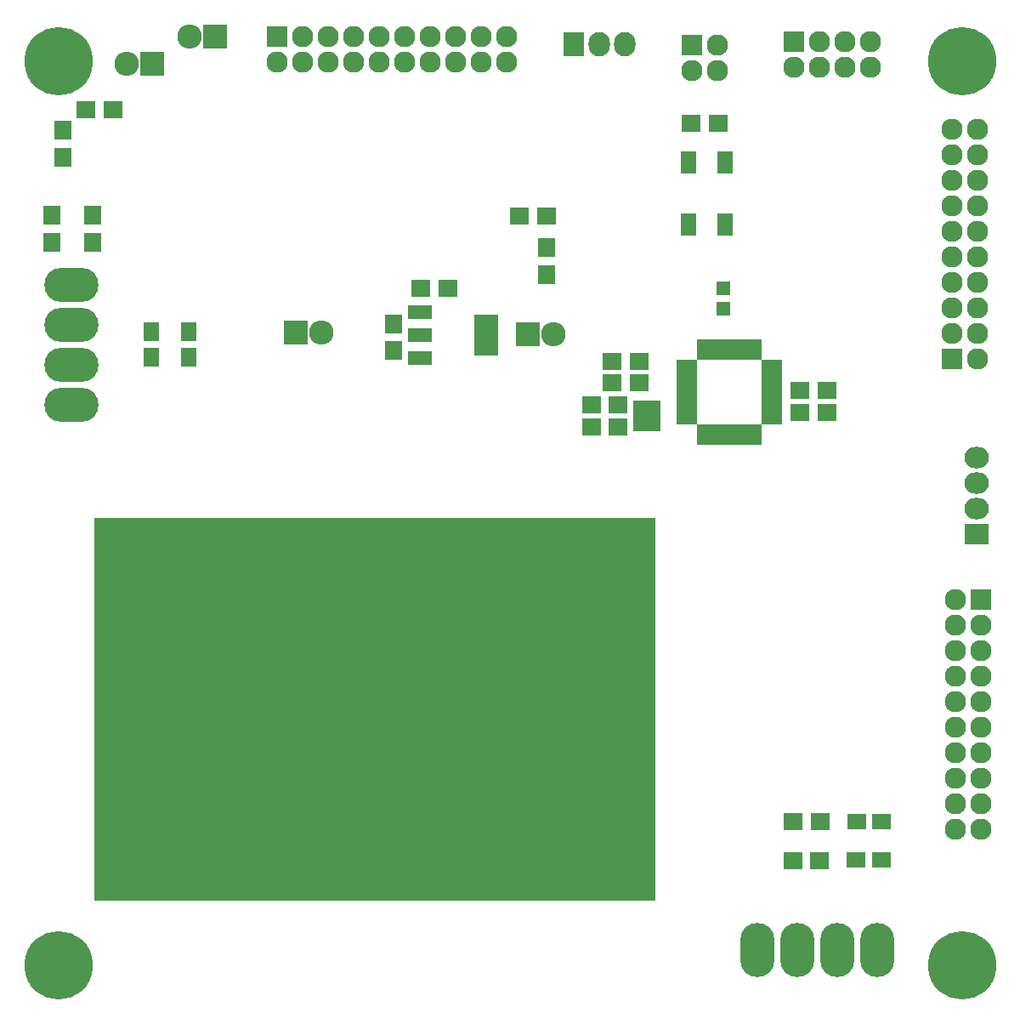
<source format=gbr>
G04 #@! TF.FileFunction,Soldermask,Top*
%FSLAX46Y46*%
G04 Gerber Fmt 4.6, Leading zero omitted, Abs format (unit mm)*
G04 Created by KiCad (PCBNEW 4.0.6) date 10/05/17 09:05:05*
%MOMM*%
%LPD*%
G01*
G04 APERTURE LIST*
%ADD10C,0.100000*%
%ADD11C,6.800000*%
%ADD12C,1.000000*%
%ADD13R,2.432000X4.057600*%
%ADD14R,2.432000X1.416000*%
%ADD15R,1.650000X1.900000*%
%ADD16R,1.700000X1.900000*%
%ADD17R,2.000000X0.950000*%
%ADD18R,0.950000X2.000000*%
%ADD19R,1.900000X1.700000*%
%ADD20R,2.432000X2.432000*%
%ADD21O,2.432000X2.432000*%
%ADD22R,2.127200X2.127200*%
%ADD23O,2.127200X2.127200*%
%ADD24R,2.432000X2.127200*%
%ADD25O,2.432000X2.127200*%
%ADD26R,2.700000X1.600000*%
%ADD27R,1.400000X1.400000*%
%ADD28R,1.500000X2.200000*%
%ADD29O,5.401260X3.399740*%
%ADD30O,3.399740X5.401260*%
%ADD31R,2.127200X2.432000*%
%ADD32O,2.127200X2.432000*%
%ADD33R,1.900000X1.650000*%
%ADD34R,2.600000X2.600000*%
G04 APERTURE END LIST*
D10*
D11*
X175000000Y-117000000D03*
D12*
X177400000Y-117000000D03*
X176697056Y-118697056D03*
X175000000Y-119400000D03*
X173302944Y-118697056D03*
X172600000Y-117000000D03*
X173302944Y-115302944D03*
X175000000Y-114600000D03*
X176697056Y-115302944D03*
D11*
X85000000Y-27000000D03*
D12*
X87400000Y-27000000D03*
X86697056Y-28697056D03*
X85000000Y-29400000D03*
X83302944Y-28697056D03*
X82600000Y-27000000D03*
X83302944Y-25302944D03*
X85000000Y-24600000D03*
X86697056Y-25302944D03*
D13*
X127632000Y-54260000D03*
D14*
X121028000Y-54260000D03*
X121028000Y-56546000D03*
X121028000Y-51974000D03*
D15*
X98000000Y-53940000D03*
X98000000Y-56440000D03*
X94220000Y-53920000D03*
X94220000Y-56420000D03*
D16*
X84380000Y-42290000D03*
X84380000Y-44990000D03*
X88450000Y-45000000D03*
X88450000Y-42300000D03*
D17*
X147590000Y-57120000D03*
X147590000Y-57920000D03*
X147590000Y-58720000D03*
X147590000Y-59520000D03*
X147590000Y-60320000D03*
X147590000Y-61120000D03*
X147590000Y-61920000D03*
X147590000Y-62720000D03*
D18*
X149040000Y-64170000D03*
X149840000Y-64170000D03*
X150640000Y-64170000D03*
X151440000Y-64170000D03*
X152240000Y-64170000D03*
X153040000Y-64170000D03*
X153840000Y-64170000D03*
X154640000Y-64170000D03*
D17*
X156090000Y-62720000D03*
X156090000Y-61920000D03*
X156090000Y-61120000D03*
X156090000Y-60320000D03*
X156090000Y-59520000D03*
X156090000Y-58720000D03*
X156090000Y-57920000D03*
X156090000Y-57120000D03*
D18*
X154640000Y-55670000D03*
X153840000Y-55670000D03*
X153040000Y-55670000D03*
X152240000Y-55670000D03*
X151440000Y-55670000D03*
X150640000Y-55670000D03*
X149840000Y-55670000D03*
X149040000Y-55670000D03*
D16*
X118380000Y-55810000D03*
X118380000Y-53110000D03*
D19*
X123800000Y-49560000D03*
X121100000Y-49560000D03*
X158140000Y-106570000D03*
X160840000Y-106570000D03*
X160910000Y-102680000D03*
X158210000Y-102680000D03*
X158860000Y-61940000D03*
X161560000Y-61940000D03*
X142880000Y-59010000D03*
X140180000Y-59010000D03*
X142860000Y-56900000D03*
X140160000Y-56900000D03*
D20*
X108650000Y-54030000D03*
D21*
X111190000Y-54030000D03*
D20*
X131730000Y-54130000D03*
D21*
X134270000Y-54130000D03*
D19*
X140770000Y-61180000D03*
X138070000Y-61180000D03*
X140770000Y-63360000D03*
X138070000Y-63360000D03*
D16*
X133610000Y-45560000D03*
X133610000Y-48260000D03*
D19*
X130930000Y-42410000D03*
X133630000Y-42410000D03*
D22*
X173990000Y-56640000D03*
D23*
X176530000Y-56640000D03*
X173990000Y-54100000D03*
X176530000Y-54100000D03*
X173990000Y-51560000D03*
X176530000Y-51560000D03*
X173990000Y-49020000D03*
X176530000Y-49020000D03*
X173990000Y-46480000D03*
X176530000Y-46480000D03*
X173990000Y-43940000D03*
X176530000Y-43940000D03*
X173990000Y-41400000D03*
X176530000Y-41400000D03*
X173990000Y-38860000D03*
X176530000Y-38860000D03*
X173990000Y-36320000D03*
X176530000Y-36320000D03*
X173990000Y-33780000D03*
X176530000Y-33780000D03*
D22*
X176910000Y-80540000D03*
D23*
X174370000Y-80540000D03*
X176910000Y-83080000D03*
X174370000Y-83080000D03*
X176910000Y-85620000D03*
X174370000Y-85620000D03*
X176910000Y-88160000D03*
X174370000Y-88160000D03*
X176910000Y-90700000D03*
X174370000Y-90700000D03*
X176910000Y-93240000D03*
X174370000Y-93240000D03*
X176910000Y-95780000D03*
X174370000Y-95780000D03*
X176910000Y-98320000D03*
X174370000Y-98320000D03*
X176910000Y-100860000D03*
X174370000Y-100860000D03*
X176910000Y-103400000D03*
X174370000Y-103400000D03*
D22*
X106790000Y-24530000D03*
D23*
X106790000Y-27070000D03*
X109330000Y-24530000D03*
X109330000Y-27070000D03*
X111870000Y-24530000D03*
X111870000Y-27070000D03*
X114410000Y-24530000D03*
X114410000Y-27070000D03*
X116950000Y-24530000D03*
X116950000Y-27070000D03*
X119490000Y-24530000D03*
X119490000Y-27070000D03*
X122030000Y-24530000D03*
X122030000Y-27070000D03*
X124570000Y-24530000D03*
X124570000Y-27070000D03*
X127110000Y-24530000D03*
X127110000Y-27070000D03*
X129650000Y-24530000D03*
X129650000Y-27070000D03*
D24*
X176470000Y-74050000D03*
D25*
X176470000Y-71510000D03*
X176470000Y-68970000D03*
X176470000Y-66430000D03*
D22*
X158240000Y-25070000D03*
D23*
X158240000Y-27610000D03*
X160780000Y-25070000D03*
X160780000Y-27610000D03*
X163320000Y-25070000D03*
X163320000Y-27610000D03*
X165860000Y-25070000D03*
X165860000Y-27610000D03*
D26*
X143620000Y-61490000D03*
X143620000Y-63090000D03*
D27*
X151200000Y-49620000D03*
X151200000Y-51620000D03*
D28*
X147730000Y-37020000D03*
X147730000Y-43220000D03*
X151430000Y-43220000D03*
X151430000Y-37020000D03*
D29*
X86320000Y-53228800D03*
X86320000Y-57191200D03*
X86320000Y-49268940D03*
X86320000Y-61151060D03*
D30*
X162581200Y-115500000D03*
X158618800Y-115500000D03*
X166541060Y-115500000D03*
X154658940Y-115500000D03*
D31*
X136350000Y-25310000D03*
D32*
X138890000Y-25310000D03*
X141430000Y-25310000D03*
D20*
X100630000Y-24540000D03*
D21*
X98090000Y-24540000D03*
D33*
X167020000Y-102640000D03*
X164520000Y-102640000D03*
X166950000Y-106490000D03*
X164450000Y-106490000D03*
D19*
X150740000Y-33190000D03*
X148040000Y-33190000D03*
D22*
X148080000Y-25400000D03*
D23*
X148080000Y-27940000D03*
X150620000Y-25400000D03*
X150620000Y-27940000D03*
D19*
X161580000Y-59740000D03*
X158880000Y-59740000D03*
D11*
X85000000Y-117000000D03*
D12*
X87400000Y-117000000D03*
X86697056Y-118697056D03*
X85000000Y-119400000D03*
X83302944Y-118697056D03*
X82600000Y-117000000D03*
X83302944Y-115302944D03*
X85000000Y-114600000D03*
X86697056Y-115302944D03*
D11*
X175000000Y-27000000D03*
D12*
X177400000Y-27000000D03*
X176697056Y-28697056D03*
X175000000Y-29400000D03*
X173302944Y-28697056D03*
X172600000Y-27000000D03*
X173302944Y-25302944D03*
X175000000Y-24600000D03*
X176697056Y-25302944D03*
D34*
X89810000Y-73760000D03*
X92350000Y-73760000D03*
X94890000Y-73760000D03*
X97430000Y-73760000D03*
X99970000Y-73760000D03*
X102510000Y-73760000D03*
X105050000Y-73760000D03*
X107590000Y-73760000D03*
X110130000Y-73760000D03*
X112670000Y-73760000D03*
X115210000Y-73760000D03*
X117750000Y-73760000D03*
X120290000Y-73760000D03*
X122830000Y-73760000D03*
X125370000Y-73760000D03*
X127910000Y-73760000D03*
X130450000Y-73760000D03*
X132990000Y-73760000D03*
X135530000Y-73760000D03*
X138070000Y-73760000D03*
X140610000Y-73760000D03*
X143150000Y-73760000D03*
X89810000Y-76300000D03*
X92350000Y-76300000D03*
X94890000Y-76300000D03*
X97430000Y-76300000D03*
X99970000Y-76300000D03*
X102510000Y-76300000D03*
X105050000Y-76300000D03*
X107590000Y-76300000D03*
X110130000Y-76300000D03*
X112670000Y-76300000D03*
X115210000Y-76300000D03*
X117750000Y-76300000D03*
X120290000Y-76300000D03*
X122830000Y-76300000D03*
X125370000Y-76300000D03*
X127910000Y-76300000D03*
X130450000Y-76300000D03*
X132990000Y-76300000D03*
X135530000Y-76300000D03*
X138070000Y-76300000D03*
X140610000Y-76300000D03*
X143150000Y-76300000D03*
X89810000Y-78840000D03*
X92350000Y-78840000D03*
X94890000Y-78840000D03*
X97430000Y-78840000D03*
X99970000Y-78840000D03*
X102510000Y-78840000D03*
X105050000Y-78840000D03*
X107590000Y-78840000D03*
X110130000Y-78840000D03*
X112670000Y-78840000D03*
X115210000Y-78840000D03*
X117750000Y-78840000D03*
X120290000Y-78840000D03*
X122830000Y-78840000D03*
X125370000Y-78840000D03*
X127910000Y-78840000D03*
X130450000Y-78840000D03*
X132990000Y-78840000D03*
X135530000Y-78840000D03*
X138070000Y-78840000D03*
X140610000Y-78840000D03*
X143150000Y-78840000D03*
X89810000Y-81380000D03*
X92350000Y-81380000D03*
X94890000Y-81380000D03*
X97430000Y-81380000D03*
X99970000Y-81380000D03*
X102510000Y-81380000D03*
X105050000Y-81380000D03*
X107590000Y-81380000D03*
X110130000Y-81380000D03*
X112670000Y-81380000D03*
X115210000Y-81380000D03*
X117750000Y-81380000D03*
X120290000Y-81380000D03*
X122830000Y-81380000D03*
X125370000Y-81380000D03*
X127910000Y-81380000D03*
X130450000Y-81380000D03*
X132990000Y-81380000D03*
X135530000Y-81380000D03*
X138070000Y-81380000D03*
X140610000Y-81380000D03*
X143150000Y-81380000D03*
X89810000Y-83920000D03*
X92350000Y-83920000D03*
X94890000Y-83920000D03*
X97430000Y-83920000D03*
X99970000Y-83920000D03*
X102510000Y-83920000D03*
X105050000Y-83920000D03*
X107590000Y-83920000D03*
X110130000Y-83920000D03*
X112670000Y-83920000D03*
X115210000Y-83920000D03*
X117750000Y-83920000D03*
X120290000Y-83920000D03*
X122830000Y-83920000D03*
X125370000Y-83920000D03*
X127910000Y-83920000D03*
X130450000Y-83920000D03*
X132990000Y-83920000D03*
X135530000Y-83920000D03*
X138070000Y-83920000D03*
X140610000Y-83920000D03*
X143150000Y-83920000D03*
X89810000Y-86460000D03*
X92350000Y-86460000D03*
X94890000Y-86460000D03*
X97430000Y-86460000D03*
X99970000Y-86460000D03*
X102510000Y-86460000D03*
X105050000Y-86460000D03*
X107590000Y-86460000D03*
X110130000Y-86460000D03*
X112670000Y-86460000D03*
X115210000Y-86460000D03*
X117750000Y-86460000D03*
X120290000Y-86460000D03*
X122830000Y-86460000D03*
X125370000Y-86460000D03*
X127910000Y-86460000D03*
X130450000Y-86460000D03*
X132990000Y-86460000D03*
X135530000Y-86460000D03*
X138070000Y-86460000D03*
X140610000Y-86460000D03*
X143150000Y-86460000D03*
X89810000Y-89000000D03*
X92350000Y-89000000D03*
X94890000Y-89000000D03*
X97430000Y-89000000D03*
X99970000Y-89000000D03*
X102510000Y-89000000D03*
X105050000Y-89000000D03*
X107590000Y-89000000D03*
X110130000Y-89000000D03*
X112670000Y-89000000D03*
X115210000Y-89000000D03*
X117750000Y-89000000D03*
X120290000Y-89000000D03*
X122830000Y-89000000D03*
X125370000Y-89000000D03*
X127910000Y-89000000D03*
X130450000Y-89000000D03*
X132990000Y-89000000D03*
X135530000Y-89000000D03*
X138070000Y-89000000D03*
X140610000Y-89000000D03*
X143150000Y-89000000D03*
X89810000Y-91540000D03*
X92350000Y-91540000D03*
X94890000Y-91540000D03*
X97430000Y-91540000D03*
X99970000Y-91540000D03*
X102510000Y-91540000D03*
X105050000Y-91540000D03*
X107590000Y-91540000D03*
X110130000Y-91540000D03*
X112670000Y-91540000D03*
X115210000Y-91540000D03*
X117750000Y-91540000D03*
X120290000Y-91540000D03*
X122830000Y-91540000D03*
X125370000Y-91540000D03*
X127910000Y-91540000D03*
X130450000Y-91540000D03*
X132990000Y-91540000D03*
X135530000Y-91540000D03*
X138070000Y-91540000D03*
X140610000Y-91540000D03*
X143150000Y-91540000D03*
X89810000Y-94080000D03*
X92350000Y-94080000D03*
X94890000Y-94080000D03*
X97430000Y-94080000D03*
X99970000Y-94080000D03*
X102510000Y-94080000D03*
X105050000Y-94080000D03*
X107590000Y-94080000D03*
X110130000Y-94080000D03*
X112670000Y-94080000D03*
X115210000Y-94080000D03*
X117750000Y-94080000D03*
X120290000Y-94080000D03*
X122830000Y-94080000D03*
X125370000Y-94080000D03*
X127910000Y-94080000D03*
X130450000Y-94080000D03*
X132990000Y-94080000D03*
X135530000Y-94080000D03*
X138070000Y-94080000D03*
X140610000Y-94080000D03*
X143150000Y-94080000D03*
X89810000Y-96620000D03*
X92350000Y-96620000D03*
X94890000Y-96620000D03*
X97430000Y-96620000D03*
X99970000Y-96620000D03*
X102510000Y-96620000D03*
X105050000Y-96620000D03*
X107590000Y-96620000D03*
X110130000Y-96620000D03*
X112670000Y-96620000D03*
X115210000Y-96620000D03*
X117750000Y-96620000D03*
X120290000Y-96620000D03*
X122830000Y-96620000D03*
X125370000Y-96620000D03*
X127910000Y-96620000D03*
X130450000Y-96620000D03*
X132990000Y-96620000D03*
X135530000Y-96620000D03*
X138070000Y-96620000D03*
X140610000Y-96620000D03*
X143150000Y-96620000D03*
X89810000Y-99160000D03*
X92350000Y-99160000D03*
X94890000Y-99160000D03*
X97430000Y-99160000D03*
X99970000Y-99160000D03*
X102510000Y-99160000D03*
X105050000Y-99160000D03*
X107590000Y-99160000D03*
X110130000Y-99160000D03*
X112670000Y-99160000D03*
X115210000Y-99160000D03*
X117750000Y-99160000D03*
X120290000Y-99160000D03*
X122830000Y-99160000D03*
X125370000Y-99160000D03*
X127910000Y-99160000D03*
X130450000Y-99160000D03*
X132990000Y-99160000D03*
X135530000Y-99160000D03*
X138070000Y-99160000D03*
X140610000Y-99160000D03*
X143150000Y-99160000D03*
X89810000Y-101700000D03*
X92350000Y-101700000D03*
X94890000Y-101700000D03*
X97430000Y-101700000D03*
X99970000Y-101700000D03*
X102510000Y-101700000D03*
X105050000Y-101700000D03*
X107590000Y-101700000D03*
X110130000Y-101700000D03*
X112670000Y-101700000D03*
X115210000Y-101700000D03*
X117750000Y-101700000D03*
X120290000Y-101700000D03*
X122830000Y-101700000D03*
X125370000Y-101700000D03*
X127910000Y-101700000D03*
X130450000Y-101700000D03*
X132990000Y-101700000D03*
X135530000Y-101700000D03*
X138070000Y-101700000D03*
X140610000Y-101700000D03*
X143150000Y-101700000D03*
X89810000Y-104240000D03*
X92350000Y-104240000D03*
X94890000Y-104240000D03*
X97430000Y-104240000D03*
X99970000Y-104240000D03*
X102510000Y-104240000D03*
X105050000Y-104240000D03*
X107590000Y-104240000D03*
X110130000Y-104240000D03*
X112670000Y-104240000D03*
X115210000Y-104240000D03*
X117750000Y-104240000D03*
X120290000Y-104240000D03*
X122830000Y-104240000D03*
X125370000Y-104240000D03*
X127910000Y-104240000D03*
X130450000Y-104240000D03*
X132990000Y-104240000D03*
X135530000Y-104240000D03*
X138070000Y-104240000D03*
X140610000Y-104240000D03*
X143150000Y-104240000D03*
X89810000Y-106780000D03*
X92350000Y-106780000D03*
X94890000Y-106780000D03*
X97430000Y-106780000D03*
X99970000Y-106780000D03*
X102510000Y-106780000D03*
X105050000Y-106780000D03*
X107590000Y-106780000D03*
X110130000Y-106780000D03*
X112670000Y-106780000D03*
X115210000Y-106780000D03*
X117750000Y-106780000D03*
X120290000Y-106780000D03*
X122830000Y-106780000D03*
X125370000Y-106780000D03*
X127910000Y-106780000D03*
X130450000Y-106780000D03*
X132990000Y-106780000D03*
X135530000Y-106780000D03*
X138070000Y-106780000D03*
X140610000Y-106780000D03*
X143150000Y-106780000D03*
X89810000Y-109320000D03*
X92350000Y-109320000D03*
X94890000Y-109320000D03*
X97430000Y-109320000D03*
X99970000Y-109320000D03*
X102510000Y-109320000D03*
X105050000Y-109320000D03*
X107590000Y-109320000D03*
X110130000Y-109320000D03*
X112670000Y-109320000D03*
X115210000Y-109320000D03*
X117750000Y-109320000D03*
X120290000Y-109320000D03*
X122830000Y-109320000D03*
X125370000Y-109320000D03*
X127910000Y-109320000D03*
X130450000Y-109320000D03*
X132990000Y-109320000D03*
X135530000Y-109320000D03*
X138070000Y-109320000D03*
X140610000Y-109320000D03*
X143150000Y-109320000D03*
D19*
X87750000Y-31850000D03*
X90450000Y-31850000D03*
D16*
X85425000Y-36575000D03*
X85425000Y-33875000D03*
D20*
X94300000Y-27275000D03*
D21*
X91760000Y-27275000D03*
M02*

</source>
